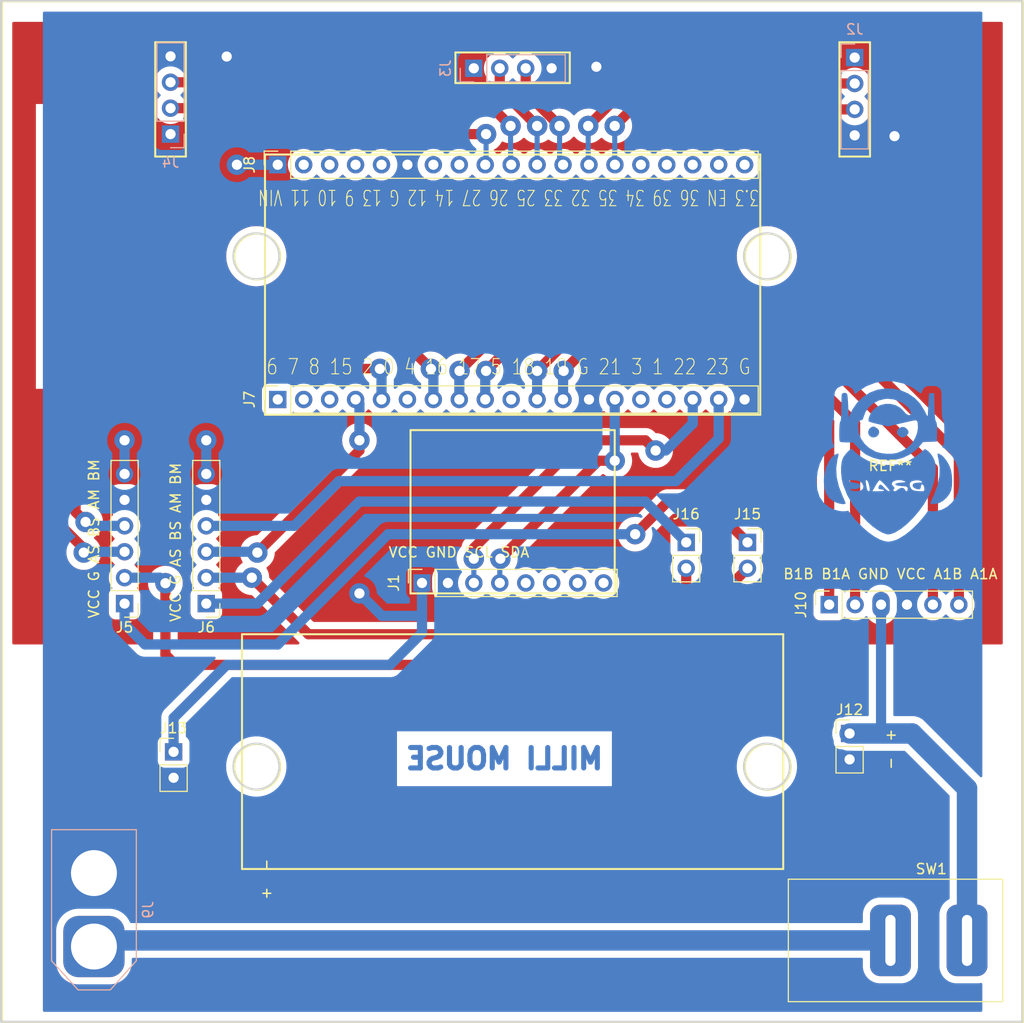
<source format=kicad_pcb>
(kicad_pcb (version 20211014) (generator pcbnew)
  (layers (0 "F.Cu" signal) (31 "B.Cu" signal) (34 "B.Paste" user) (35 "F.Paste" user) (36 "B.SilkS" user "B.Silkscreen") (37 "F.SilkS" user "F.Silkscreen") (38 "B.Mask" user) (39 "F.Mask" user) (44 "Edge.Cuts" user))
  (net 0 "")
  (net 1 "SDA")
  (net 2 "SCL")
  (net 3 "GND")
  (net 4 "VCC_5")
  (net 5 "BM_1")
  (net 6 "AM_1")
  (net 7 "BM_2")
  (net 8 "AM_2")
  (net 11 "TRIG_1")
  (net 12 "ECHO_1")
  (net 13 "TRIG_2")
  (net 14 "ECHO_2")
  (net 15 "TRIG_3")
  (net 19 "Net-(J9-Pad1)")
  (net 20 "VCC_12")
  (net 21 "A1B")
  (net 22 "A1A")
  (net 23 "B1B")
  (net 24 "B1A")
  (net 29 "BS_1")
  (net 30 "AS_1")
  (net 31 "BS_2")
  (net 32 "AS_2")
  (net 33 "ECHO_3")
  (footprint "sche:DPDT_SW" (layer "F.Cu") (at 185 149)
    (fp_text reference "SW1" (at 4 -7 unlocked) (layer "F.SilkS"))
    (fp_text value "SW_DIP_x01")
    (fp_rect (start -10 -6) (end 11 6) (layer "F.SilkS") (width 0.12) (fill none))
    (pad "1" thru_hole roundrect (at 0 0) (size 4 7) (drill oval 1 5) (layers *.Cu *.Mask) (net 19 "Net-(J9-Pad1)"))
    (pad "2" thru_hole roundrect (at 7.5 0) (size 4 7) (drill oval 1 5) (layers *.Cu *.Mask) (net 20 "VCC_12"))
  )
  (footprint "Connector_PinHeader_2.54mm:PinHeader_1x02_P2.54mm_Vertical" (layer "F.Cu") (at 181 128.725)
    (fp_text reference "J12" (at 0 -2.33) (layer "F.SilkS"))
    (fp_text value "-  +")
    (fp_line (start -1.33 3.87) (end 1.33 3.87) (layer "F.SilkS") (width 0.12))
    (fp_line (start 1.33 1.27) (end 1.33 3.87) (layer "F.SilkS") (width 0.12))
    (fp_line (start -1.33 1.27) (end -1.33 3.87) (layer "F.SilkS") (width 0.12))
    (fp_line (start -1.33 1.27) (end 1.33 1.27) (layer "F.SilkS") (width 0.12))
    (fp_line (start -1.33 0) (end -1.33 -1.33) (layer "F.SilkS") (width 0.12))
    (fp_line (start -1.33 -1.33) (end 0 -1.33) (layer "F.SilkS") (width 0.12))
    (pad "1" thru_hole rect (at 0 0) (size 1.7 1.7) (drill 1) (layers *.Cu *.Mask) (net 20 "VCC_12"))
    (pad "2" thru_hole oval (at 0 2.54) (size 1.7 1.7) (drill 1) (layers *.Cu *.Mask) (net 3 "GND"))
  )
  (footprint "Connector_PinHeader_2.54mm:PinHeader_1x06_P2.54mm_Vertical" (layer "F.Cu") (at 110 116 180)
    (fp_text reference "J5" (at 0 -2.33) (layer "F.SilkS"))
    (fp_text value "VCC G AS BS AM BM" (at 3 6.35 90) (layer "F.SilkS"))
    (fp_line (start -1.33 -1.33) (end 0 -1.33) (layer "F.SilkS") (width 0.12))
    (fp_line (start 1.33 1.27) (end 1.33 14.03) (layer "F.SilkS") (width 0.12))
    (fp_line (start -1.33 14.03) (end 1.33 14.03) (layer "F.SilkS") (width 0.12))
    (fp_line (start -1.33 0) (end -1.33 -1.33) (layer "F.SilkS") (width 0.12))
    (fp_line (start -1.33 1.27) (end 1.33 1.27) (layer "F.SilkS") (width 0.12))
    (fp_line (start -1.33 1.27) (end -1.33 14.03) (layer "F.SilkS") (width 0.12))
    (pad "1" thru_hole rect (at 0 0 180) (size 1.7 1.7) (drill 1) (layers *.Cu *.Mask) (net 5 "BM_1"))
    (pad "2" thru_hole oval (at 0 2.54 180) (size 1.7 1.7) (drill 1) (layers *.Cu *.Mask) (net 6 "AM_1"))
    (pad "3" thru_hole oval (at 0 5.08 180) (size 1.7 1.7) (drill 1) (layers *.Cu *.Mask) (net 29 "BS_1"))
    (pad "4" thru_hole oval (at 0 7.62 180) (size 1.7 1.7) (drill 1) (layers *.Cu *.Mask) (net 30 "AS_1"))
    (pad "5" thru_hole oval (at 0 10.16 180) (size 2.5 1.7) (drill 1) (layers *.Cu *.Mask) (net 3 "GND"))
    (pad "6" thru_hole oval (at 0 12.7 180) (size 1.7 1.7) (drill 1) (layers *.Cu *.Mask) (net 4 "VCC_5"))
  )
  (footprint "Connector_PinHeader_2.54mm:PinHeader_1x02_P2.54mm_Vertical" (layer "F.Cu") (at 114.8 130.525)
    (fp_text reference "J13" (at 0 -2.33) (layer "F.SilkS"))
    (fp_text value "-  +")
    (fp_line (start 1.33 1.27) (end 1.33 3.87) (layer "F.SilkS") (width 0.12))
    (fp_line (start -1.33 -1.33) (end 0 -1.33) (layer "F.SilkS") (width 0.12))
    (fp_line (start -1.33 3.87) (end 1.33 3.87) (layer "F.SilkS") (width 0.12))
    (fp_line (start -1.33 1.27) (end -1.33 3.87) (layer "F.SilkS") (width 0.12))
    (fp_line (start -1.33 1.27) (end 1.33 1.27) (layer "F.SilkS") (width 0.12))
    (fp_line (start -1.33 0) (end -1.33 -1.33) (layer "F.SilkS") (width 0.12))
    (pad "1" thru_hole rect (at 0 0) (size 1.7 1.7) (drill 1) (layers *.Cu *.Mask) (net 4 "VCC_5"))
    (pad "2" thru_hole oval (at 0 2.54) (size 1.7 1.7) (drill 1) (layers *.Cu *.Mask) (net 3 "GND"))
  )
  (footprint "Connector_PinSocket_2.54mm:PinSocket_1x19_P2.54mm_Vertical" (layer "F.Cu") (at 125 95.999997 90)
    (fp_text reference "J7" (at 0 -2.77 90) (layer "F.SilkS"))
    (fp_text value "<-usbhere")
    (fp_line (start 1.33 1.27) (end 1.33 47.05) (layer "F.SilkS") (width 0.12))
    (fp_line (start -1.33 1.27) (end -1.33 47.05) (layer "F.SilkS") (width 0.12))
    (fp_line (start -1.33 47.05) (end 1.33 47.05) (layer "F.SilkS") (width 0.12))
    (fp_line (start 1.33 -1.33) (end 1.33 0) (layer "F.SilkS") (width 0.12))
    (fp_line (start -1.33 1.27) (end 1.33 1.27) (layer "F.SilkS") (width 0.12))
    (fp_line (start 0 -1.33) (end 1.33 -1.33) (layer "F.SilkS") (width 0.12))
    (pad "1" thru_hole rect (at 0 0 90) (size 1.7 1.7) (drill 1) (layers *.Cu *.Mask))
    (pad "2" thru_hole oval (at 0 2.54 90) (size 1.7 1.7) (drill 1) (layers *.Cu *.Mask))
    (pad "3" thru_hole oval (at 0 5.08 90) (size 1.7 1.7) (drill 1) (layers *.Cu *.Mask))
    (pad "4" thru_hole oval (at 0 7.62 90) (size 1.7 1.7) (drill 1) (layers *.Cu *.Mask) (net 31 "BS_2"))
    (pad "5" thru_hole oval (at 0 10.16 90) (size 1.7 1.7) (drill 1) (layers *.Cu *.Mask) (net 30 "AS_1"))
    (pad "6" thru_hole oval (at 0 12.7 90) (size 1.7 1.7) (drill 1) (layers *.Cu *.Mask))
    (pad "7" thru_hole oval (at 0 15.24 90) (size 1.7 1.7) (drill 1) (layers *.Cu *.Mask) (net 29 "BS_1"))
    (pad "8" thru_hole oval (at 0 17.78 90) (size 1.7 1.7) (drill 1) (layers *.Cu *.Mask) (net 21 "A1B"))
    (pad "9" thru_hole oval (at 0 20.32 90) (size 1.7 1.7) (drill 1) (layers *.Cu *.Mask) (net 22 "A1A"))
    (pad "10" thru_hole oval (at 0 22.86 90) (size 1.7 1.7) (drill 1) (layers *.Cu *.Mask))
    (pad "11" thru_hole oval (at 0 25.4 90) (size 1.7 1.7) (drill 1) (layers *.Cu *.Mask) (net 23 "B1B"))
    (pad "12" thru_hole oval (at 0 27.94 90) (size 1.7 1.7) (drill 1) (layers *.Cu *.Mask) (net 24 "B1A"))
    (pad "13" thru_hole oval (at 0 30.48 90) (size 2.5 1.7) (drill 1) (layers *.Cu *.Mask) (net 3 "GND"))
    (pad "14" thru_hole oval (at 0 33.02 90) (size 1.7 1.7) (drill 1) (layers *.Cu *.Mask) (net 1 "SDA"))
    (pad "15" thru_hole oval (at 0 35.56 90) (size 1.7 1.7) (drill 1) (layers *.Cu *.Mask))
    (pad "16" thru_hole oval (at 0 38.1 90) (size 1.7 1.7) (drill 1) (layers *.Cu *.Mask))
    (pad "17" thru_hole oval (at 0 40.64 90) (size 1.7 1.7) (drill 1) (layers *.Cu *.Mask) (net 2 "SCL"))
    (pad "18" thru_hole oval (at 0 43.18 90) (size 1.7 1.7) (drill 1) (layers *.Cu *.Mask) (net 32 "AS_2"))
    (pad "19" thru_hole oval (at 0 45.72 90) (size 2.5 1.7) (drill 1) (layers *.Cu *.Mask) (net 3 "GND"))
  )
  (footprint "sche:draiclogo1" (layer "F.Cu") (at 185 103)
    (fp_text reference "REF**" (at 0 -0.5 unlocked) (layer "F.SilkS"))
    (fp_text value "draiclogo1")
    (fp_poly (pts (xy -1.290074 -7.955103) (xy -1.294054 -7.954069) (xy -2.018179 -7.680082) (xy -2.673959 -7.261492) (xy -3.239956 -6.716401) (xy -3.694727 -6.062914) (xy -3.818806 -5.822205) (xy -4.091014 -5.247521) (xy -4.133348 -6.348188) (xy -4.154298 -6.769505) (xy -4.181266 -7.133435) (xy -4.210984 -7.404401) (xy -4.240183 -7.546823) (xy -4.244178 -7.554688) (xy -4.383147 -7.644172) (xy -4.571916 -7.650157) (xy -4.726067 -7.577245) (xy -4.759289 -7.526597) (xy -4.777469 -7.397587) (xy -4.792824 -7.133011) (xy -4.804105 -6.766625) (xy -4.810065 -6.332189) (xy -4.810681 -6.136652) (xy -4.815975 -5.586566) (xy -4.832358 -5.195644) (xy -4.860578 -4.954034) (xy -4.901383 -4.851884) (xy -4.908606 -4.847991) (xy -4.948322 -4.755842) (xy -4.97999 -4.536046) (xy -5.002711 -4.230136) (xy -5.015586 -3.879646) (xy -5.017715 -3.526112) (xy -5.008198 -3.211067) (xy -4.986136 -2.976046) (xy -4.951593 -2.863509) (xy -4.837118 -2.828181) (xy -4.602529 -2.802363) (xy -4.296991 -2.791303) (xy -4.274259 -2.791217) (xy -3.667681 -2.790246) (xy -3.203201 -2.296244) (xy -2.925627 -2.023914) (xy -2.633528 -1.773443) (xy -2.3874 -1.596483) (xy -2.374669 -1.588893) (xy -1.720388 -1.289728) (xy -0.987609 -1.097085) (xy -0.237469 -1.022767) (xy 0.361862 -1.060498) (xy 1.162983 -1.258642) (xy 1.886019 -1.595223) (xy 2.512266 -2.060042) (xy 2.851652 -2.417722) (xy 3.190319 -2.827751) (xy 3.867652 -2.852303) (xy 4.544986 -2.876855) (xy 4.569227 -3.754858) (xy 4.574499 -4.197153) (xy 4.572459 -4.238667) (xy 2.697151 -4.238667) (xy 2.613973 -3.752346) (xy 2.433765 -3.255392) (xy 2.172681 -2.797137) (xy 1.97515 -2.551801) (xy 1.628452 -2.257389) (xy 1.18386 -1.989608) (xy 0.712184 -1.789672) (xy 0.613968 -1.759495) (xy 0.169983 -1.687231) (xy -0.354115 -1.682591) (xy -0.88544 -1.740637) (xy -1.351106 -1.856436) (xy -1.463581 -1.900167) (xy -2.060425 -2.23659) (xy -2.540172 -2.669149) (xy -2.89083 -3.178966) (xy -3.100406 -3.747164) (xy -3.156908 -4.354865) (xy -3.142169 -4.542458) (xy -3.102262 -4.790809) (xy -3.042971 -4.912466) (xy -2.939156 -4.949971) (xy -2.900615 -4.951188) (xy -2.751904 -4.99343) (xy -2.667378 -5.148605) (xy -2.648076 -5.226355) (xy -2.448335 -5.768486) (xy -2.112406 -6.241305) (xy -1.665958 -6.625246) (xy -1.134665 -6.900742) (xy -0.544198 -7.048228) (xy -0.231917 -7.067855) (xy 0.299872 -7.004523) (xy 0.829878 -6.82977) (xy 1.312549 -6.566458) (xy 1.702336 -6.23745) (xy 1.878579 -6.008562) (xy 1.999966 -5.737103) (xy 1.997926 -5.551303) (xy 1.900155 -5.46043) (xy 1.73435 -5.473749) (xy 1.528206 -5.600527) (xy 1.327553 -5.824195) (xy 0.968096 -6.190072) (xy 0.521508 -6.437225) (xy 0.022556 -6.564123) (xy -0.493993 -6.569234) (xy -0.993371 -6.451029) (xy -1.440811 -6.207977) (xy -1.708687 -5.957863) (xy -1.895963 -5.694351) (xy -2.043413 -5.404874) (xy -2.134419 -5.134278) (xy -2.152363 -4.927407) (xy -2.119084 -4.850392) (xy -2.007713 -4.799964) (xy -1.768414 -4.725595) (xy -1.438963 -4.638211) (xy -1.139825 -4.567166) (xy -0.240534 -4.363908) (xy 1.009226 -4.652086) (xy 1.556389 -4.778936) (xy 1.960658 -4.870821) (xy 2.244783 -4.927919) (xy 2.431516 -4.950406) (xy 2.543609 -4.938461) (xy 2.603812 -4.892262) (xy 2.634879 -4.811985) (xy 2.659559 -4.697808) (xy 2.667147 -4.665023) (xy 2.697151 -4.238667) (xy 4.572459 -4.238667) (xy 4.559423 -4.503929) (xy 4.520821 -4.708128) (xy 4.465633 -4.827961) (xy 4.411548 -4.955333) (xy 4.371462 -5.16435) (xy 4.342974 -5.478701) (xy 4.323685 -5.92208) (xy 4.314392 -6.320624) (xy 4.290986 -7.618188) (xy 3.782986 -7.618188) (xy 3.729861 -6.729188) (xy 3.706225 -6.323241) (xy 3.68555 -5.949213) (xy 3.670669 -5.659305) (xy 3.665561 -5.543855) (xy 3.655745 -5.414223) (xy 3.629591 -5.374033) (xy 3.572926 -5.439312) (xy 3.471575 -5.626086) (xy 3.317945 -5.936895) (xy 2.905744 -6.597009) (xy 2.377403 -7.14811) (xy 1.753388 -7.581245) (xy 1.054167 -7.887464) (xy 0.300205 -8.057814) (xy -0.48803 -8.083344)) (layer "B.Cu") (width 0) (fill solid))
    (fp_poly (pts (xy -3.946367 -2.092883) (xy -4.139896 -1.926842) (xy -4.350726 -1.699375) (xy -4.541418 -1.450793) (xy -4.672539 -1.225855) (xy -4.784346 -0.842492) (xy -4.83793 -0.349137) (xy -4.833915 0.205424) (xy -4.772927 0.772406) (xy -4.655591 1.303021) (xy -4.639456 1.356479) (xy -4.235985 2.370932) (xy -3.668838 3.349036) (xy -2.940511 4.287006) (xy -2.213374 5.034208) (xy -1.703605 5.472679) (xy -1.211244 5.82328) (xy -0.75965 6.072201) (xy -0.372178 6.205636) (xy -0.199448 6.224812) (xy 0.030265 6.186556) (xy 0.32217 6.088916) (xy 0.485529 6.015829) (xy 1.049556 5.66947) (xy 1.637799 5.192438) (xy 2.222719 4.61529) (xy 2.776778 3.968585) (xy 3.272438 3.28288) (xy 3.682162 2.588732) (xy 3.811337 2.32532) (xy 4.03205 1.7966) (xy 3.317319 1.7966) (xy 3.309851 1.91042) (xy 3.262238 1.971583) (xy 3.136668 1.99213) (xy 2.895328 1.9841) (xy 2.755673 1.975442) (xy 2.427959 1.943719) (xy 2.220157 1.889469) (xy 2.082979 1.796877) (xy 2.048671 1.758645) (xy 1.69311 1.758645) (xy 1.666552 1.938908) (xy 1.569443 1.996612) (xy 1.457551 1.919146) (xy 1.412319 1.822145) (xy 1.29435 1.683595) (xy 1.123403 1.652812) (xy 0.889854 1.712824) (xy 0.734986 1.822145) (xy 0.56377 1.95073) (xy 0.42553 1.991479) (xy 0.333752 1.964739) (xy -0.079859 1.964739) (xy -0.135748 1.99139) (xy -0.142153 1.991479) (xy -0.290404 1.930386) (xy -0.484884 1.774228) (xy -0.600039 1.652812) (xy -0.810924 1.425943) (xy -0.955046 1.333045) (xy -1.059916 1.367425) (xy -1.151366 1.518694) (xy -1.186537 1.693908) (xy -1.085624 1.791324) (xy -0.836754 1.822131) (xy -0.82942 1.822145) (xy -0.670233 1.862654) (xy -0.619681 1.906812) (xy -0.667234 1.95395) (xy -0.868655 1.982887) (xy -1.164209 1.991479) (xy -1.761065 1.991479) (xy -1.67515 1.836162) (xy -2.03009 1.836162) (xy -2.048361 1.957197) (xy -2.119305 1.991336) (xy -2.12734 1.991479) (xy -2.23905 1.916914) (xy -2.303391 1.758645) (xy -2.353336 1.493768) (xy -2.645634 1.493768) (xy -2.680289 1.723375) (xy -2.85347 1.889511) (xy -2.89196 1.906928) (xy -3.152131 1.970634) (xy -3.445037 1.984185) (xy -3.706599 1.950334) (xy -3.872735 1.87183) (xy -3.879304 1.86453) (xy -3.930442 1.779896) (xy -3.860421 1.76392) (xy -3.741505 1.782268) (xy -3.457936 1.792676) (xy -3.196977 1.733928) (xy -3.013341 1.623582) (xy -2.961241 1.531896) (xy -2.979255 1.357548) (xy -3.123898 1.238898) (xy -3.412093 1.165015) (xy -3.557225 1.146966) (xy -3.827641 1.098513) (xy -3.992678 1.030813) (xy -4.038406 0.962807) (xy -3.950897 0.913435) (xy -3.738236 0.900829) (xy -3.307276 0.939584) (xy -3.005114 1.032674) (xy -2.796541 1.192293) (xy -2.757528 1.240471) (xy -2.645634 1.493768) (xy -2.353336 1.493768) (xy -2.378769 1.358889) (xy -2.416647 1.098515) (xy -2.418902 0.952212) (xy -2.387413 0.894673) (xy -2.367749 0.890812) (xy -2.240944 0.973773) (xy -2.135247 1.217714) (xy -2.057757 1.589312) (xy -2.03009 1.836162) (xy -1.67515 1.836162) (xy -1.468352 1.462312) (xy -1.309358 1.197759) (xy -1.167119 1.000788) (xy -1.070921 0.911662) (xy -1.066993 0.910568) (xy -0.9652 0.959752) (xy -0.786401 1.110426) (xy -0.562541 1.334449) (xy -0.46625 1.439734) (xy -0.23354 1.708607) (xy -0.108599 1.877044) (xy -0.079859 1.964739) (xy 0.333752 1.964739) (xy 0.287565 1.951282) (xy 0.299509 1.840215) (xy 0.367539 1.757792) (xy 0.405837 1.657943) (xy 0.30905 1.533954) (xy 0.268754 1.500046) (xy 0.138347 1.33078) (xy 0.149592 1.172506) (xy 0.274819 1.038258) (xy 0.486359 0.941069) (xy 0.756542 0.893975) (xy 1.057698 0.910009) (xy 1.343307 0.993857) (xy 1.459393 1.049628) (xy 1.473829 1.085184) (xy 1.365842 1.11039) (xy 1.114656 1.135112) (xy 1.031319 1.142023) (xy 0.714949 1.178777) (xy 0.540745 1.229667) (xy 0.481631 1.303162) (xy 0.480986 1.314145) (xy 0.524097 1.387592) (xy 0.671986 1.438213) (xy 0.952488 1.473963) (xy 1.073652 1.483479) (xy 1.38383 1.509295) (xy 1.56349 1.54269) (xy 1.65118 1.600787) (xy 1.685447 1.700708) (xy 1.69311 1.758645) (xy 2.048671 1.758645) (xy 2.036006 1.744532) (xy 1.906214 1.497571) (xy 1.890636 1.253585) (xy 1.992361 1.070623) (xy 2.203028 0.971811) (xy 2.490637 0.92309) (xy 2.780912 0.928946) (xy 2.999575 0.993865) (xy 3.020986 1.008492) (xy 3.107186 1.084819) (xy 3.092793 1.12415) (xy 2.95264 1.139186) (xy 2.756186 1.142119) (xy 2.40687 1.177708) (xy 2.209784 1.277998) (xy 2.167318 1.441181) (xy 2.210073 1.555851) (xy 2.352305 1.688776) (xy 2.572123 1.781981) (xy 2.790549 1.809377) (xy 2.89192 1.781089) (xy 2.959087 1.663291) (xy 2.978652 1.520815) (xy 3.020404 1.358996) (xy 3.096594 1.314145) (xy 3.230202 1.391653) (xy 3.304816 1.610331) (xy 3.317319 1.7966) (xy 4.03205 1.7966) (xy 4.106693 1.617791) (xy 4.299536 0.986517) (xy 4.401927 0.38306) (xy 4.42684 -0.147111) (xy 4.416732 -0.532495) (xy 4.379178 -0.816181) (xy 4.30031 -1.06526) (xy 4.18727 -1.306067) (xy 3.997759 -1.611456) (xy 3.780367 -1.866572) (xy 3.664009 -1.963735) (xy 3.378795 -2.155941) (xy 3.054415 -1.862883) (xy 2.427567 -1.375488) (xy 1.744718 -0.982397) (xy 1.285319 -0.790428) (xy 0.72529 -0.653551) (xy 0.075039 -0.588029) (xy -0.602064 -0.593928) (xy -1.242645 -0.671309) (xy -1.694138 -0.78743) (xy -2.207228 -1.004093) (xy -2.723956 -1.291646) (xy -3.18507 -1.613716) (xy -3.493021 -1.89169) (xy -3.660072 -2.055053) (xy -3.782929 -2.148597) (xy -3.807575 -2.157188)) (layer "B.Cu") (width 0) (fill solid))
    (fp_poly (pts (xy 0.837155 -4.187829) (xy 0.649099 -3.960895) (xy 0.625688 -3.720482) (xy 0.767103 -3.489278) (xy 0.831071 -3.433333) (xy 1.100394 -3.282895) (xy 1.342068 -3.293201) (xy 1.585333 -3.465505) (xy 1.585501 -3.465673) (xy 1.754809 -3.684599) (xy 1.7735 -3.878451) (xy 1.64573 -4.090848) (xy 1.645152 -4.091532) (xy 1.392478 -4.283877) (xy 1.112463 -4.316157)) (layer "B.Cu") (width 0) (fill solid))
    (fp_poly (pts (xy -5.186253 -1.697268) (xy -5.364914 -1.626251) (xy -5.397149 -1.61006) (xy -5.73363 -1.348522) (xy -6.02622 -0.949755) (xy -6.262478 -0.442919) (xy -6.429958 0.142826) (xy -6.516219 0.778322) (xy -6.525159 1.033328) (xy -6.472368 1.690504) (xy -6.302381 2.228357) (xy -6.011023 2.653659) (xy -5.594123 2.973179) (xy -5.228963 3.136261) (xy -4.933326 3.218779) (xy -4.665515 3.256538) (xy -4.469094 3.247118) (xy -4.387629 3.188099) (xy -4.387348 3.182995) (xy -4.420805 3.073924) (xy -4.509645 2.854088) (xy -4.636568 2.565662) (xy -4.674793 2.482212) (xy -5.045895 1.529312) (xy -5.258086 0.622751) (xy -5.310955 -0.234647) (xy -5.204092 -1.040062) (xy -5.193439 -1.08332) (xy -5.127036 -1.374378) (xy -5.089818 -1.595578) (xy -5.089296 -1.701613) (xy -5.090667 -1.703397)) (layer "B.Cu") (width 0) (fill solid))
    (fp_poly (pts (xy 4.617185 -1.707277) (xy 4.612365 -1.607469) (xy 4.645321 -1.391935) (xy 4.70584 -1.120244) (xy 4.82593 -0.299201) (xy 4.789147 0.565096) (xy 4.59759 1.457574) (xy 4.253357 2.363164) (xy 4.207008 2.46138) (xy 4.068107 2.760832) (xy 3.963945 3.005705) (xy 3.912505 3.153085) (xy 3.909986 3.170197) (xy 3.983552 3.235325) (xy 4.175666 3.251552) (xy 4.443455 3.221124) (xy 4.744044 3.14629) (xy 4.813975 3.122798) (xy 5.169215 2.926329) (xy 5.510657 2.617375) (xy 5.789189 2.249059) (xy 5.95058 1.893319) (xy 6.025066 1.464877) (xy 6.045703 0.947856) (xy 6.013926 0.413733) (xy 5.931173 -0.066019) (xy 5.909593 -0.145857) (xy 5.739542 -0.581333) (xy 5.5 -1) (xy 5.224086 -1.352591) (xy 4.944921 -1.589837) (xy 4.934875 -1.595811) (xy 4.747705 -1.687308) (xy 4.628444 -1.712793)) (layer "B.Cu") (width 0) (fill solid))
    (fp_poly (pts (xy -1.784728 -4.334372) (xy -1.910848 -4.271195) (xy -2.100238 -4.086418) (xy -2.182817 -3.839371) (xy -2.152458 -3.588761) (xy -2.003038 -3.393296) (xy -2.002473 -3.3929) (xy -1.76372 -3.278385) (xy -1.520601 -3.296285) (xy -1.358674 -3.362011) (xy -1.183663 -3.523949) (xy -1.098852 -3.75574) (xy -1.128816 -3.982744) (xy -1.144744 -4.011793) (xy -1.278745 -4.151638) (xy -1.453544 -4.273855) (xy -1.633494 -4.35362)) (layer "B.Cu") (width 0) (fill solid))
  )
  (footprint "Connector_PinSocket_2.54mm:PinSocket_1x06_P2.54mm_Vertical" (layer "F.Cu") (at 179 116.1 90)
    (fp_text reference "J10" (at 0 -2.77 90) (layer "F.SilkS"))
    (fp_text value "B1B B1A GND VCC A1B A1A" (at 3 6) (layer "F.SilkS"))
    (fp_line (start -1.33 14.03) (end 1.33 14.03) (layer "F.SilkS") (width 0.12))
    (fp_line (start 1.33 1.27) (end 1.33 14.03) (layer "F.SilkS") (width 0.12))
    (fp_line (start -1.33 1.27) (end -1.33 14.03) (layer "F.SilkS") (width 0.12))
    (fp_line (start 1.33 -1.33) (end 1.33 0) (layer "F.SilkS") (width 0.12))
    (fp_line (start -1.33 1.27) (end 1.33 1.27) (layer "F.SilkS") (width 0.12))
    (fp_line (start 0 -1.33) (end 1.33 -1.33) (layer "F.SilkS") (width 0.12))
    (pad "1" thru_hole rect (at 0 0 90) (size 1.7 1.7) (drill 1) (layers *.Cu *.Mask) (net 24 "B1A"))
    (pad "2" thru_hole oval (at 0 2.54 90) (size 1.7 1.7) (drill 1) (layers *.Cu *.Mask) (net 23 "B1B"))
    (pad "3" thru_hole oval (at 0 5.08 90) (size 2.5 1.7) (drill 1) (layers *.Cu *.Mask) (net 20 "VCC_12"))
    (pad "4" thru_hole oval (at 0 7.62 90) (size 2.5 1.7) (drill 1) (layers *.Cu *.Mask) (net 3 "GND"))
    (pad "5" thru_hole oval (at 0 10.16 90) (size 1.7 1.7) (drill 1) (layers *.Cu *.Mask) (net 22 "A1A"))
    (pad "6" thru_hole oval (at 0 12.7 90) (size 1.7 1.7) (drill 1) (layers *.Cu *.Mask) (net 21 "A1B"))
  )
  (footprint "Connector_PinSocket_2.54mm:PinSocket_1x02_P2.54mm_Vertical" (layer "F.Cu") (at 171 110)
    (fp_text reference "J15" (at 0 -2.77) (layer "F.SilkS"))
    (fp_text value "Conn_01x02_Male")
    (fp_line (start 0 -1.33) (end 1.33 -1.33) (layer "F.SilkS") (width 0.12))
    (fp_line (start -1.33 1.27) (end -1.33 3.87) (layer "F.SilkS") (width 0.12))
    (fp_line (start 1.33 1.27) (end 1.33 3.87) (layer "F.SilkS") (width 0.12))
    (fp_line (start -1.33 1.27) (end 1.33 1.27) (layer "F.SilkS") (width 0.12))
    (fp_line (start 1.33 -1.33) (end 1.33 0) (layer "F.SilkS") (width 0.12))
    (fp_line (start -1.33 3.87) (end 1.33 3.87) (layer "F.SilkS") (width 0.12))
    (pad "1" thru_hole rect (at 0 0) (size 1.7 1.7) (drill 1) (layers *.Cu *.Mask) (net 5 "BM_1"))
    (pad "2" thru_hole oval (at 0 2.54) (size 1.7 1.7) (drill 1) (layers *.Cu *.Mask) (net 6 "AM_1"))
  )
  (footprint "Connector_PinSocket_2.54mm:PinSocket_1x02_P2.54mm_Vertical" (layer "F.Cu") (at 165 110)
    (fp_text reference "J16" (at 0 -2.77) (layer "F.SilkS"))
    (fp_text value "Conn_01x02_Male")
    (fp_line (start -1.33 3.87) (end 1.33 3.87) (layer "F.SilkS") (width 0.12))
    (fp_line (start -1.33 1.27) (end -1.33 3.87) (layer "F.SilkS") (width 0.12))
    (fp_line (start 0 -1.33) (end 1.33 -1.33) (layer "F.SilkS") (width 0.12))
    (fp_line (start -1.33 1.27) (end 1.33 1.27) (layer "F.SilkS") (width 0.12))
    (fp_line (start 1.33 -1.33) (end 1.33 0) (layer "F.SilkS") (width 0.12))
    (fp_line (start 1.33 1.27) (end 1.33 3.87) (layer "F.SilkS") (width 0.12))
    (pad "1" thru_hole rect (at 0 0) (size 1.7 1.7) (drill 1) (layers *.Cu *.Mask) (net 7 "BM_2"))
    (pad "2" thru_hole oval (at 0 2.54) (size 1.7 1.7) (drill 1) (layers *.Cu *.Mask) (net 8 "AM_2"))
  )
  (footprint "Connector_PinSocket_2.54mm:PinSocket_1x08_P2.54mm_Vertical" (layer "F.Cu") (at 139.125 113.975 90)
    (fp_text reference "J1" (at 0 -2.77 90) (layer "F.SilkS"))
    (fp_text value "VCC GND SCL SDA " (at 3 4 180) (layer "F.SilkS"))
    (fp_line (start -1.33 19.11) (end 1.33 19.11) (layer "F.SilkS") (width 0.12))
    (fp_line (start -1.33 1.27) (end 1.33 1.27) (layer "F.SilkS") (width 0.12))
    (fp_line (start -1.33 1.27) (end -1.33 19.11) (layer "F.SilkS") (width 0.12))
    (fp_line (start 0 -1.33) (end 1.33 -1.33) (layer "F.SilkS") (width 0.12))
    (fp_line (start 1.33 -1.33) (end 1.33 0) (layer "F.SilkS") (width 0.12))
    (fp_line (start 1.33 1.27) (end 1.33 19.11) (layer "F.SilkS") (width 0.12))
    (pad "1" thru_hole rect (at 0 0 90) (size 1.7 1.7) (drill 1) (layers *.Cu *.Mask) (net 4 "VCC_5"))
    (pad "2" thru_hole oval (at 0 2.54 90) (size 2.5 1.7) (drill 1) (layers *.Cu *.Mask) (net 3 "GND"))
    (pad "3" thru_hole oval (at 0 5.08 90) (size 1.7 1.7) (drill 1) (layers *.Cu *.Mask) (net 2 "SCL"))
    (pad "4" thru_hole oval (at 0 7.62 90) (size 1.7 1.7) (drill 1) (layers *.Cu *.Mask) (net 1 "SDA"))
    (pad "5" thru_hole oval (at 0 10.16 90) (size 1.7 1.7) (drill 1) (layers *.Cu *.Mask))
    (pad "6" thru_hole oval (at 0 12.7 90) (size 1.7 1.7) (drill 1) (layers *.Cu *.Mask))
    (pad "7" thru_hole oval (at 0 15.24 90) (size 1.7 1.7) (drill 1) (layers *.Cu *.Mask))
    (pad "8" thru_hole oval (at 0 17.78 90) (size 1.7 1.7) (drill 1) (layers *.Cu *.Mask))
  )
  (footprint "Connector_PinSocket_2.54mm:PinSocket_1x19_P2.54mm_Vertical" (layer "F.Cu") (at 125 72.999997 90)
    (fp_text reference "J8" (at 0 -2.77 90) (layer "F.SilkS"))
    (fp_text value "<-usbhere")
    (fp_line (start 1.33 1.27) (end 1.33 47.05) (layer "F.SilkS") (width 0.12))
    (fp_line (start -1.33 1.27) (end 1.33 1.27) (layer "F.SilkS") (width 0.12))
    (fp_line (start 1.33 -1.33) (end 1.33 0) (layer "F.SilkS") (width 0.12))
    (fp_line (start 0 -1.33) (end 1.33 -1.33) (layer "F.SilkS") (width 0.12))
    (fp_line (start -1.33 47.05) (end 1.33 47.05) (layer "F.SilkS") (width 0.12))
    (fp_line (start -1.33 1.27) (end -1.33 47.05) (layer "F.SilkS") (width 0.12))
    (pad "1" thru_hole rect (at 0 0 90) (size 1.7 1.7) (drill 1) (layers *.Cu *.Mask) (net 4 "VCC_5"))
    (pad "2" thru_hole oval (at 0 2.54 90) (size 1.7 1.7) (drill 1) (layers *.Cu *.Mask))
    (pad "3" thru_hole oval (at 0 5.08 90) (size 1.7 1.7) (drill 1) (layers *.Cu *.Mask))
    (pad "4" thru_hole oval (at 0 7.62 90) (size 1.7 1.7) (drill 1) (layers *.Cu *.Mask))
    (pad "5" thru_hole oval (at 0 10.16 90) (size 1.7 1.7) (drill 1) (layers *.Cu *.Mask))
    (pad "6" thru_hole oval (at 0 12.7 90) (size 2.5 1.7) (drill 1) (layers *.Cu *.Mask) (net 3 "GND"))
    (pad "7" thru_hole oval (at 0 15.24 90) (size 1.7 1.7) (drill 1) (layers *.Cu *.Mask))
    (pad "8" thru_hole oval (at 0 17.78 90) (size 1.7 1.7) (drill 1) (layers *.Cu *.Mask))
    (pad "9" thru_hole oval (at 0 20.32 90) (size 1.7 1.7) (drill 1) (layers *.Cu *.Mask) (net 15 "TRIG_3"))
    (pad "10" thru_hole oval (at 0 22.86 90) (size 1.7 1.7) (drill 1) (layers *.Cu *.Mask) (net 33 "ECHO_3"))
    (pad "11" thru_hole oval (at 0 25.4 90) (size 1.7 1.7) (drill 1) (layers *.Cu *.Mask) (net 13 "TRIG_2"))
    (pad "12" thru_hole oval (at 0 27.94 90) (size 1.7 1.7) (drill 1) (layers *.Cu *.Mask) (net 14 "ECHO_2"))
    (pad "13" thru_hole oval (at 0 30.48 90) (size 1.7 1.7) (drill 1) (layers *.Cu *.Mask) (net 11 "TRIG_1"))
    (pad "14" thru_hole oval (at 0 33.02 90) (size 1.7 1.7) (drill 1) (layers *.Cu *.Mask) (net 12 "ECHO_1"))
    (pad "15" thru_hole oval (at 0 35.56 90) (size 1.7 1.7) (drill 1) (layers *.Cu *.Mask))
    (pad "16" thru_hole oval (at 0 38.1 90) (size 1.7 1.7) (drill 1) (layers *.Cu *.Mask))
    (pad "17" thru_hole oval (at 0 40.64 90) (size 1.7 1.7) (drill 1) (layers *.Cu *.Mask))
    (pad "18" thru_hole oval (at 0 43.18 90) (size 1.7 1.7) (drill 1) (layers *.Cu *.Mask))
    (pad "19" thru_hole oval (at 0 45.72 90) (size 1.7 1.7) (drill 1) (layers *.Cu *.Mask))
  )
  (footprint "Connector_PinHeader_2.54mm:PinHeader_1x06_P2.54mm_Vertical" (layer "F.Cu") (at 118 116 180)
    (fp_text reference "J6" (at 0 -2.33) (layer "F.SilkS"))
    (fp_text value "VCC G AS BS AM BM" (at 3 6 270) (layer "F.SilkS"))
    (fp_line (start -1.33 1.27) (end 1.33 1.27) (layer "F.SilkS") (width 0.12))
    (fp_line (start -1.33 1.27) (end -1.33 14.03) (layer "F.SilkS") (width 0.12))
    (fp_line (start -1.33 -1.33) (end 0 -1.33) (layer "F.SilkS") (width 0.12))
    (fp_line (start 1.33 1.27) (end 1.33 14.03) (layer "F.SilkS") (width 0.12))
    (fp_line (start -1.33 0) (end -1.33 -1.33) (layer "F.SilkS") (width 0.12))
    (fp_line (start -1.33 14.03) (end 1.33 14.03) (layer "F.SilkS") (width 0.12))
    (pad "1" thru_hole rect (at 0 0 180) (size 1.7 1.7) (drill 1) (layers *.Cu *.Mask) (net 7 "BM_2"))
    (pad "2" thru_hole oval (at 0 2.54 180) (size 1.7 1.7) (drill 1) (layers *.Cu *.Mask) (net 8 "AM_2"))
    (pad "3" thru_hole oval (at 0 5.08 180) (size 1.7 1.7) (drill 1) (layers *.Cu *.Mask) (net 31 "BS_2"))
    (pad "4" thru_hole oval (at 0 7.62 180) (size 1.7 1.7) (drill 1) (layers *.Cu *.Mask) (net 32 "AS_2"))
    (pad "5" thru_hole oval (at 0 10.16 180) (size 2.5 1.7) (drill 1) (layers *.Cu *.Mask) (net 3 "GND"))
    (pad "6" thru_hole oval (at 0 12.7 180) (size 1.7 1.7) (drill 1) (layers *.Cu *.Mask) (net 4 "VCC_5"))
  )
  (footprint "Connector_AMASS:AMASS_XT60-M_1x02_P7.20mm_Vertical" (layer "B.Cu") (at 107 149.6 90)
    (fp_text reference "J9" (at 3.6 5.3 90) (layer "B.SilkS") (effects (justify mirror)))
    (fp_text value "XT60")
    (fp_line (start 11.45 -4.15) (end 11.45 4.15) (layer "B.SilkS") (width 0.12))
    (fp_line (start -4.25 -1.55) (end -1.4 -4.15) (layer "B.SilkS") (width 0.12))
    (fp_line (start -1.4 4.15) (end -4.25 1.6) (layer "B.SilkS") (width 0.12))
    (fp_line (start 11.45 4.15) (end -1.4 4.15) (layer "B.SilkS") (width 0.12))
    (fp_line (start -1.4 -4.15) (end 11.45 -4.15) (layer "B.SilkS") (width 0.12))
    (fp_line (start -4.25 1.6) (end -4.25 -1.55) (layer "B.SilkS") (width 0.12))
    (pad "1" thru_hole roundrect (at 0 0 90) (size 6 6) (drill 4.5) (layers *.Cu *.Mask) (net 19 "Net-(J9-Pad1)"))
    (pad "2" thru_hole circle (at 7.2 0 90) (size 6 6) (drill 4.5) (layers *.Cu *.Mask) (net 3 "GND"))
  )
  (footprint "Connector_PinSocket_2.54mm:PinSocket_1x04_P2.54mm_Vertical" (layer "B.Cu") (at 181.5 62.5 180)
    (fp_text reference "J2" (at 0 2.77) (layer "B.SilkS") (effects (justify mirror)))
    (fp_text value "US_1")
    (fp_line (start -1.33 -1.27) (end 1.33 -1.27) (layer "B.SilkS") (width 0.12))
    (fp_line (start 0 1.33) (end 1.33 1.33) (layer "B.SilkS") (width 0.12))
    (fp_line (start -1.33 -8.95) (end 1.33 -8.95) (layer "B.SilkS") (width 0.12))
    (fp_line (start 1.33 1.33) (end 1.33 0) (layer "B.SilkS") (width 0.12))
    (fp_line (start -1.33 -1.27) (end -1.33 -8.95) (layer "B.SilkS") (width 0.12))
    (fp_line (start 1.33 -1.27) (end 1.33 -8.95) (layer "B.SilkS") (width 0.12))
    (pad "1" thru_hole rect (at 0 0 180) (size 1.7 1.7) (drill 1) (layers *.Cu *.Mask) (net 4 "VCC_5"))
    (pad "2" thru_hole oval (at 0 -2.54 180) (size 1.7 1.7) (drill 1) (layers *.Cu *.Mask) (net 11 "TRIG_1"))
    (pad "3" thru_hole oval (at 0 -5.08 180) (size 1.7 1.7) (drill 1) (layers *.Cu *.Mask) (net 12 "ECHO_1"))
    (pad "4" thru_hole oval (at 0 -7.62 180) (size 1.7 1.7) (drill 1) (layers *.Cu *.Mask) (net 3 "GND"))
  )
  (footprint "Connector_PinSocket_2.54mm:PinSocket_1x04_P2.54mm_Vertical" (layer "B.Cu") (at 144.2 63.55 -90)
    (fp_text reference "J3" (at 0 2.77 90) (layer "B.SilkS") (effects (justify mirror)))
    (fp_text value "US_2")
    (fp_line (start 1.33 1.33) (end 1.33 0) (layer "B.SilkS") (width 0.12))
    (fp_line (start -1.33 -1.27) (end 1.33 -1.27) (layer "B.SilkS") (width 0.12))
    (fp_line (start -1.33 -8.95) (end 1.33 -8.95) (layer "B.SilkS") (width 0.12))
    (fp_line (start -1.33 -1.27) (end -1.33 -8.95) (layer "B.SilkS") (width 0.12))
    (fp_line (start 1.33 -1.27) (end 1.33 -8.95) (layer "B.SilkS") (width 0.12))
    (fp_line (start 0 1.33) (end 1.33 1.33) (layer "B.SilkS") (width 0.12))
    (pad "1" thru_hole rect (at 0 0 270) (size 1.7 1.7) (drill 1) (layers *.Cu *.Mask) (net 4 "VCC_5"))
    (pad "2" thru_hole oval (at 0 -2.54 270) (size 1.7 1.7) (drill 1) (layers *.Cu *.Mask) (net 13 "TRIG_2"))
    (pad "3" thru_hole oval (at 0 -5.08 270) (size 1.7 1.7) (drill 1) (layers *.Cu *.Mask) (net 14 "ECHO_2"))
    (pad "4" thru_hole oval (at 0 -7.62 270) (size 1.7 1.7) (drill 1) (layers *.Cu *.Mask) (net 3 "GND"))
  )
  (footprint "Connector_PinSocket_2.54mm:PinSocket_1x04_P2.54mm_Vertical" (layer "B.Cu") (at 114.5 70)
    (fp_text reference "J4" (at 0 2.77) (layer "B.SilkS") (effects (justify mirror)))
    (fp_text value "US_3")
    (fp_line (start -1.33 -8.95) (end 1.33 -8.95) (layer "B.SilkS") (width 0.12))
    (fp_line (start -1.33 -1.27) (end -1.33 -8.95) (layer "B.SilkS") (width 0.12))
    (fp_line (start 1.33 1.33) (end 1.33 0) (layer "B.SilkS") (width 0.12))
    (fp_line (start 1.33 -1.27) (end 1.33 -8.95) (layer "B.SilkS") (width 0.12))
    (fp_line (start 0 1.33) (end 1.33 1.33) (layer "B.SilkS") (width 0.12))
    (fp_line (start -1.33 -1.27) (end 1.33 -1.27) (layer "B.SilkS") (width 0.12))
    (pad "1" thru_hole rect (at 0 0) (size 1.7 1.7) (drill 1) (layers *.Cu *.Mask) (net 4 "VCC_5"))
    (pad "2" thru_hole oval (at 0 -2.54) (size 1.7 1.7) (drill 1) (layers *.Cu *.Mask) (net 15 "TRIG_3"))
    (pad "3" thru_hole oval (at 0 -5.08) (size 1.7 1.7) (drill 1) (layers *.Cu *.Mask) (net 33 "ECHO_3"))
    (pad "4" thru_hole oval (at 0 -7.62) (size 1.7 1.7) (drill 1) (layers *.Cu *.Mask) (net 3 "GND"))
  )
  (gr_line (start 113 72.2) (end 113 61) (layer "F.SilkS") (width 0.2))
  (gr_line (start 121.5 119) (end 174.5 119) (layer "F.SilkS") (width 0.2))
  (gr_line (start 183 61) (end 183 72.2) (layer "F.SilkS") (width 0.2))
  (gr_line (start 142.4 65) (end 142.4 62) (layer "F.SilkS") (width 0.2))
  (gr_line (start 174.5 119) (end 174.5 142) (layer "F.SilkS") (width 0.2))
  (gr_line (start 158 99) (end 158 115) (layer "F.SilkS") (width 0.2))
  (gr_circle (center 173 82) (end 175.25 82) (layer "F.SilkS") (width 0.2) (fill none))
  (gr_line (start 158 115) (end 138 115) (layer "F.SilkS") (width 0.2))
  (gr_circle (center 173 132) (end 175.25 132) (layer "F.SilkS") (width 0.2) (fill none))
  (gr_line (start 174.5 142) (end 121.5 142) (layer "F.SilkS") (width 0.2))
  (gr_line (start 153.6 65) (end 142.4 65) (layer "F.SilkS") (width 0.2))
  (gr_circle (center 123 82) (end 125.25 82) (layer "F.SilkS") (width 0.2) (fill none))
  (gr_line (start 113 61) (end 116 61) (layer "F.SilkS") (width 0.2))
  (gr_line (start 138 115) (end 138 99) (layer "F.SilkS") (width 0.2))
  (gr_line (start 153.6 62) (end 153.6 65) (layer "F.SilkS") (width 0.2))
  (gr_line (start 98 157) (end 98 57) (layer "F.SilkS") (width 0.2))
  (gr_line (start 116 72.2) (end 113 72.2) (layer "F.SilkS") (width 0.2))
  (gr_line (start 198 157) (end 98 157) (layer "F.SilkS") (width 0.2))
  (gr_line (start 123.75 72) (end 172.25 72) (layer "F.SilkS") (width 0.2))
  (gr_line (start 123.75 97.5) (end 123.75 72) (layer "F.SilkS") (width 0.2))
  (gr_circle (center 123 132) (end 125.25 132) (layer "F.SilkS") (width 0.2) (fill none))
  (gr_line (start 98 57) (end 198 57) (layer "F.SilkS") (width 0.2))
  (gr_line (start 198 57) (end 198 157) (layer "F.SilkS") (width 0.2))
  (gr_line (start 138 99) (end 158 99) (layer "F.SilkS") (width 0.2))
  (gr_line (start 172.25 72) (end 172.25 97.5) (layer "F.SilkS") (width 0.2))
  (gr_line (start 180 61) (end 183 61) (layer "F.SilkS") (width 0.2))
  (gr_line (start 121.5 142) (end 121.5 119) (layer "F.SilkS") (width 0.2))
  (gr_line (start 116 61) (end 116 72.2) (layer "F.SilkS") (width 0.2))
  (gr_line (start 172.25 97.5) (end 123.75 97.5) (layer "F.SilkS") (width 0.2))
  (gr_line (start 180 72.2) (end 180 61) (layer "F.SilkS") (width 0.2))
  (gr_line (start 142.4 62) (end 153.6 62) (layer "F.SilkS") (width 0.2))
  (gr_line (start 183 72.2) (end 180 72.2) (layer "F.SilkS") (width 0.2))
  (gr_circle (center 172.9 131.96) (end 175.15 131.96) (layer "Edge.Cuts") (width 0.2) (fill none))
  (gr_line (start 197.9 156.96) (end 97.9 156.96) (layer "Edge.Cuts") (width 0.2))
  (gr_line (start 97.9 156.96) (end 97.9 56.96) (layer "Edge.Cuts") (width 0.2))
  (gr_circle (center 172.9 81.96) (end 175.15 81.96) (layer "Edge.Cuts") (width 0.2) (fill none))
  (gr_circle (center 122.9 81.96) (end 125.15 81.96) (layer "Edge.Cuts") (width 0.2) (fill none))
  (gr_circle (center 122.9 131.96) (end 125.15 131.96) (layer "Edge.Cuts") (width 0.2) (fill none))
  (gr_line (start 197.9 56.96) (end 197.9 156.96) (layer "Edge.Cuts") (width 0.2))
  (gr_line (start 97.9 56.96) (end 197.9 56.96) (layer "Edge.Cuts") (width 0.2))
  (gr_text "DRAIC" (at 104 81 90) (layer "F.Cu") (effects (font (size 2 6) (thickness 0.5))))
  (gr_text "MILLI MOUSE\n" (at 147.2 131.2) (layer "B.Cu") (effects (font (size 2 2) (thickness 0.5)) (justify mirror)))
  (gr_text "-  +\n" (at 124 143 270) (layer "F.SilkS") (effects (font (size 1 1))))
  (gr_text "-  +" (at 185 130.27 90) (layer "F.SilkS") (effects (font (size 1 1))))
  (gr_text "3.3 EN 36 39 34 35 32 33 25 26 27 14 12 G 13 9 10 11 VIN" (at 147.6 76.2 180) (layer "F.SilkS") (effects (font (size 1.5 1) (thickness 0.1))))
  (gr_text "6 7 8 15 2 0 4 16 17 5 18 19 G 21 3 1 22 23 G" (at 147.6 92.8) (layer "F.SilkS") (effects (font (size 1.5 1.2) (thickness 0.1))))
  (segment (start 156.4 102) (end 146.8 111.6) (width 1) (layer "F.Cu") (net 1))
  (segment (start 158 102) (end 156.4 102) (width 1) (layer "F.Cu") (net 1))
  (via (at 158 102) (size 2) (drill 1) (layers "F.Cu" "B.Cu") (net 1))
  (via (at 146.8 111.6) (size 2) (drill 1) (layers "F.Cu" "B.Cu") (net 1))
  (segment (start 146.745 113.975) (end 146.745 111.655) (width 0.5) (layer "B.Cu") (net 1))
  (segment (start 158 96.019997) (end 158.02 95.999997) (width 0.5) (layer "B.Cu") (net 1))
  (segment (start 158 102) (end 158 96.019997) (width 1) (layer "B.Cu") (net 1))
  (segment (start 146.745 111.655) (end 146.8 111.6) (width 0.5) (layer "B.Cu") (net 1))
  (segment (start 144.2 110.550081) (end 144.2 111.6) (width 0.5) (layer "F.Cu") (net 2))
  (segment (start 161 100) (end 154.750081 100) (width 1) (layer "F.Cu") (net 2))
  (segment (start 162 101) (end 161 100) (width 1) (layer "F.Cu") (net 2))
  (segment (start 154.750081 100) (end 144.2 110.550081) (width 1) (layer "F.Cu") (net 2))
  (via (at 162 101) (size 2) (drill 1) (layers "F.Cu" "B.Cu") (net 2))
  (via (at 144.2 111.6) (size 2) (drill 1) (layers "F.Cu" "B.Cu") (net 2))
  (segment (start 165.64 98.36) (end 165.64 95.999997) (width 1) (layer "B.Cu") (net 2))
  (segment (start 144.205 111.605) (end 144.2 111.6) (width 0.5) (layer "B.Cu") (net 2))
  (segment (start 163 101) (end 165.64 98.36) (width 1) (layer "B.Cu") (net 2))
  (segment (start 162 101) (end 163 101) (width 0.5) (layer "B.Cu") (net 2))
  (segment (start 144.205 113.975) (end 144.205 111.605) (width 0.5) (layer "B.Cu") (net 2))
  (segment (start 185.32 70.12) (end 185.4 70.2) (width 0.5) (layer "F.Cu") (net 3))
  (segment (start 114.5 62.38) (end 119.78 62.38) (width 1) (layer "F.Cu") (net 3))
  (segment (start 119.78 62.38) (end 119.8 62.4) (width 0.25) (layer "F.Cu") (net 3))
  (segment (start 156.05 63.55) (end 156.2 63.4) (width 0.5) (layer "F.Cu") (net 3))
  (segment (start 151.82 63.55) (end 156.05 63.55) (width 1) (layer "F.Cu") (net 3))
  (segment (start 119.8 62.4) (end 120 62.4) (width 0.25) (layer "F.Cu") (net 3))
  (segment (start 181.5 70.12) (end 185.32 70.12) (width 1) (layer "F.Cu") (net 3))
  (via (at 185.4 70.2) (size 2) (drill 1) (layers "F.Cu" "B.Cu") (net 3))
  (via (at 156.2 63.4) (size 2) (drill 1) (layers "F.Cu" "B.Cu") (net 3))
  (via (at 120 62.4) (size 2) (drill 1) (layers "F.Cu" "B.Cu") (net 3))
  (via (at 133 115) (size 2) (drill 1) (layers "F.Cu" "B.Cu") (net 4))
  (via (at 121 73) (size 2) (drill 1) (layers "F.Cu" "B.Cu") (net 4))
  (via (at 110 100) (size 2) (drill 1) (layers "F.Cu" "B.Cu") (net 4))
  (via (at 118 100) (size 2) (drill 1) (layers "F.Cu" "B.Cu") (net 4))
  (segment (start 125 72.999997) (end 121.000003 72.999997) (width 1) (layer "B.Cu") (net 4))
  (segment (start 139.125 118.875) (end 139.125 116.925) (width 1) (layer "B.Cu") (net 4))
  (segment (start 120 122) (end 136 122) (width 1) (layer "B.Cu") (net 4))
  (segment (start 138.85 117.2) (end 139.125 116.925) (width 1) (layer "B.Cu") (net 4))
  (segment (start 118 103.3) (end 118 100) (width 1) (layer "B.Cu") (net 4))
  (segment (start 114.8 127.2) (end 120 122) (width 1) (layer "B.Cu") (net 4))
  (segment (start 114.8 130.525) (end 114.8 127.2) (width 1) (layer "B.Cu") (net 4))
  (segment (start 136 122) (end 139.125 118.875) (width 1) (layer "B.Cu") (net 4))
  (segment (start 110 103.3) (end 110 100) (width 1) (layer "B.Cu") (net 4))
  (segment (start 135.2 117.2) (end 138.85 117.2) (width 1) (layer "B.Cu") (net 4))
  (segment (start 133 115) (end 135.2 117.2) (width 1) (layer "B.Cu") (net 4))
  (segment (start 121.000003 72.999997) (end 121 73) (width 1) (layer "B.Cu") (net 4))
  (segment (start 139.125 116.925) (end 139.125 113.975) (width 1) (layer "B.Cu") (net 4))
  (segment (start 163.2 106) (end 167 106) (width 1) (layer "F.Cu") (net 5))
  (segment (start 160 109.2) (end 163.2 106) (width 1) (layer "F.Cu") (net 5))
  (segment (start 167 106) (end 171 110) (width 1) (layer "F.Cu") (net 5))
  (via (at 160 109.2) (size 2) (drill 1) (layers "F.Cu" "B.Cu") (net 5))
  (segment (start 112 120) (end 110 118) (width 1) (layer "B.Cu") (net 5))
  (segment (start 110 118) (end 110 116) (width 1) (layer "B.Cu") (net 5))
  (segment (start 135.8 109.2) (end 125 120) (width 1) (layer "B.Cu") (net 5))
  (segment (start 125 120) (end 112 120) (width 1) (layer "B.Cu") (net 5))
  (segment (start 160 109.2) (end 135.8 109.2) (width 1) (layer "B.Cu") (net 5))
  (segment (start 114 121) (end 115 122) (width 1) (layer "F.Cu") (net 6))
  (segment (start 161.54 122) (end 171 112.54) (width 1) (layer "F.Cu") (net 6))
  (segment (start 115 122) (end 161.54 122) (width 1) (layer "F.Cu") (net 6))
  (segment (start 114 114) (end 114 121) (width 1) (layer "F.Cu") (net 6))
  (via (at 114 114) (size 2) (drill 1) (layers "F.Cu" "B.Cu") (net 6))
  (segment (start 110 113.46) (end 113.46 113.46) (width 1) (layer "B.Cu") (net 6))
  (segment (start 113.46 113.46) (end 114 114) (width 1) (layer "B.Cu") (net 6))
  (segment (start 161 106) (end 133 106) (width 1) (layer "B.Cu") (net 7))
  (segment (start 133 106) (end 123 116) (width 1) (layer "B.Cu") (net 7))
  (segment (start 123 116) (end 118 116) (width 1) (layer "B.Cu") (net 7))
  (segment (start 165 110) (end 161 106) (width 1) (layer "B.Cu") (net 7))
  (segment (start 128 119) (end 122.46 113.46) (width 1) (layer "F.Cu") (net 8))
  (segment (start 165 115) (end 161 119) (width 1) (layer "F.Cu") (net 8))
  (segment (start 165 112.54) (end 165 115) (width 1) (layer "F.Cu") (net 8))
  (segment (start 161 119) (end 128 119) (width 1) (layer "F.Cu") (net 8))
  (via (at 122.46 113.46) (size 2) (drill 1) (layers "F.Cu" "B.Cu") (net 8))
  (segment (start 118 113.46) (end 122.46 113.46) (width 1) (layer "B.Cu") (net 8))
  (segment (start 159.56 65.04) (end 155.4 69.2) (width 1) (layer "F.Cu") (net 11))
  (segment (start 181.5 65.04) (end 159.56 65.04) (width 1) (layer "F.Cu") (net 11))
  (via (at 155.4 69.2) (size 2) (drill 1) (layers "F.Cu" "B.Cu") (net 11))
  (segment (start 155.4 69.2) (end 155.4 72.919997) (width 0.5) (layer "B.Cu") (net 11))
  (segment (start 155.4 72.919997) (end 155.48 72.999997) (width 0.5) (layer "B.Cu") (net 11))
  (segment (start 181.5 67.58) (end 159.62 67.58) (width 1) (layer "F.Cu") (net 12))
  (segment (start 159.62 67.58) (end 158 69.2) (width 1) (layer "F.Cu") (net 12))
  (via (at 158 69.2) (size 2) (drill 1) (layers "F.Cu" "B.Cu") (net 12))
  (segment (start 158 69.2) (end 158 72.979997) (width 0.5) (layer "B.Cu") (net 12))
  (segment (start 158 72.979997) (end 158.02 72.999997) (width 0.5) (layer "B.Cu") (net 12))
  (segment (start 146.74 63.55) (end 146.74 65.54) (width 1) (layer "F.Cu") (net 13))
  (segment (start 146.74 65.54) (end 150.4 69.2) (width 1) (layer "F.Cu") (net 13))
  (via (at 150.4 69.2) (size 2) (drill 1) (layers "F.Cu" "B.Cu") (net 13))
  (segment (start 150.4 69.2) (end 150.4 72.999997) (width 0.5) (layer "B.Cu") (net 13))
  (segment (start 149.28 63.55) (end 149.28 65.88) (width 1) (layer "F.Cu") (net 14))
  (segment (start 149.28 65.88) (end 152.6 69.2) (width 1) (layer "F.Cu") (net 14))
  (via (at 152.6 69.2) (size 2) (drill 1) (layers "F.Cu" "B.Cu") (net 14))
  (segment (start 152.6 69.2) (end 152.6 72.659997) (width 0.5) (layer "B.Cu") (net 14))
  (segment (start 152.6 72.659997) (end 152.94 72.999997) (width 0.5) (layer "B.Cu") (net 14))
  (segment (start 119.8 70) (end 145.4 70) (width 1) (layer "F.Cu") (net 15))
  (segment (start 114.5 67.46) (end 117.26 67.46) (width 1) (layer "F.Cu") (net 15))
  (segment (start 119.6 69.8) (end 119.8 70) (width 0.5) (layer "F.Cu") (net 15))
  (segment (start 117.26 67.46) (end 119.6 69.8) (width 1) (layer "F.Cu") (net 15))
  (via (at 145.4 70) (size 2) (drill 1) (layers "F.Cu" "B.Cu") (net 15))
  (segment (start 145.4 72.919997) (end 145.32 72.999997) (width 0.5) (layer "B.Cu") (net 15))
  (segment (start 145.4 70) (end 145.4 72.919997) (width 0.5) (layer "B.Cu") (net 15))
  (segment (start 184.4 149.6) (end 185 149) (width 1) (layer "F.Cu") (net 19))
  (segment (start 185 149) (end 184.4 149.6) (width 1) (layer "B.Cu") (net 19))
  (segment (start 107.6 149) (end 107 149.6) (width 1) (layer "B.Cu") (net 19))
  (segment (start 185 149) (end 107.6 149) (width 2) (layer "B.Cu") (net 19))
  (segment (start 184.275 128.725) (end 181 128.725) (width 2) (layer "B.Cu") (net 20))
  (segment (start 192.5 134.1) (end 192.5 149) (width 2) (layer "B.Cu") (net 20))
  (segment (start 187.125 128.725) (end 184.275 128.725) (width 2) (layer "B.Cu") (net 20))
  (segment (start 184.08 128.53) (end 184.275 128.725) (width 1) (layer "B.Cu") (net 20))
  (segment (start 184.08 116.1) (end 184.08 128.53) (width 1) (layer "B.Cu") (net 20))
  (segment (start 192.5 134.1) (end 187.125 128.725) (width 2) (layer "B.Cu") (net 20))
  (segment (start 175.8 85.6) (end 191.7 101.5) (width 1) (layer "F.Cu") (net 21))
  (segment (start 150.4 85.6) (end 175.8 85.6) (width 1) (layer "F.Cu") (net 21))
  (segment (start 191.7 101.5) (end 191.7 116.1) (width 1) (layer "F.Cu") (net 21))
  (segment (start 142.8 93.2) (end 150.4 85.6) (width 1) (layer "F.Cu") (net 21))
  (via (at 142.8 93.2) (size 2) (drill 1) (layers "F.Cu" "B.Cu") (net 21))
  (segment (start 142.78 93.22) (end 142.8 93.2) (width 0.5) (layer "B.Cu") (net 21))
  (segment (start 142.78 95.999997) (end 142.78 93.22) (width 1) (layer "B.Cu") (net 21))
  (segment (start 151 87.6) (end 174 87.6) (width 1) (layer "F.Cu") (net 22))
  (segment (start 174 87.6) (end 189.16 102.76) (width 1) (layer "F.Cu") (net 22))
  (segment (start 145.4 93.2) (end 151 87.6) (width 1) (layer "F.Cu") (net 22))
  (segment (start 189.16 102.76) (end 189.16 116.1) (width 1) (layer "F.Cu") (net 22))
  (via (at 145.4 93.2) (size 2) (drill 1) (layers "F.Cu" "B.Cu") (net 22))
  (segment (start 145.32 93.28) (end 145.4 93.2) (width 0.5) (layer "B.Cu") (net 22))
  (segment (start 145.32 95.999997) (end 145.32 93.28) (width 1) (layer "B.Cu") (net 22))
  (segment (start 150.4 93.2) (end 154.2 89.4) (width 1) (layer "F.Cu") (net 23))
  (segment (start 172.6 89.4) (end 181.54 98.34) (width 1) (layer "F.Cu") (net 23))
  (segment (start 154.2 89.4) (end 172.6 89.4) (width 1) (layer "F.Cu") (net 23))
  (segment (start 181.54 98.34) (end 181.54 116.1) (width 1) (layer "F.Cu") (net 23))
  (via (at 150.4 93.2) (size 2) (drill 1) (layers "F.Cu" "B.Cu") (net 23))
  (segment (start 150.4 95.999997) (end 150.4 93.2) (width 1) (layer "B.Cu") (net 23))
  (segment (start 172.2 91.4) (end 179 98.2) (width 1) (layer "F.Cu") (net 24))
  (segment (start 153 93.2) (end 154.8 91.4) (width 1) (layer "F.Cu") (net 24))
  (segment (start 179 98.2) (end 179 116.1) (width 1) (layer "F.Cu") (net 24))
  (segment (start 154.8 91.4) (end 172.2 91.4) (width 1) (layer "F.Cu") (net 24))
  (via (at 153 93.2) (size 2) (drill 1) (layers "F.Cu" "B.Cu") (net 24))
  (segment (start 152.94 93.26) (end 153 93.2) (width 0.5) (layer "B.Cu") (net 24))
  (segment (start 152.94 95.999997) (end 152.94 93.26) (width 1) (layer "B.Cu") (net 24))
  (segment (start 106 111) (end 106 110.6) (width 0.5) (layer "F.Cu") (net 29))
  (segment (start 137.6 90.6) (end 140 93) (width 1) (layer "F.Cu") (net 29))
  (segment (start 111.4 90.6) (end 137.6 90.6) (width 1) (layer "F.Cu") (net 29))
  (segment (start 103.4 98.6) (end 111.4 90.6) (width 1) (layer "F.Cu") (net 29))
  (segment (start 106 110.6) (end 103.4 108) (width 1) (layer "F.Cu") (net 29))
  (segment (start 103.4 108) (end 103.4 98.6) (width 1) (layer "F.Cu") (net 29))
  (via (at 140 93) (size 2) (drill 1) (layers "F.Cu" "B.Cu") (net 29))
  (via (at 106 111) (size 2) (drill 1) (layers "F.Cu" "B.Cu") (net 29))
  (segment (start 140.24 95.999997) (end 140.24 93.24) (width 1) (layer "B.Cu") (net 29))
  (segment (start 106.08 110.92) (end 106 111) (width 0.5) (layer "B.Cu") (net 29))
  (segment (start 110 110.92) (end 106.08 110.92) (width 1) (layer "B.Cu") (net 29))
  (segment (start 140.24 93.24) (end 140 93) (width 0.5) (layer "B.Cu") (net 29))
  (segment (start 111.4 93) (end 135 93) (width 1) (layer "F.Cu") (net 30))
  (segment (start 105.2 99.2) (end 111.4 93) (width 1) (layer "F.Cu") (net 30))
  (segment (start 106.18 108) (end 105.2 107.02) (width 1) (layer "F.Cu") (net 30))
  (segment (start 105.2 107.02) (end 105.2 99.2) (width 1) (layer "F.Cu") (net 30))
  (via (at 135 93) (size 2) (drill 1) (layers "F.Cu" "B.Cu") (net 30))
  (via (at 106.18 108) (size 2) (drill 1) (layers "F.Cu" "B.Cu") (net 30))
  (segment (start 135.16 95.999997) (end 135.16 93.16) (width 1) (layer "B.Cu") (net 30))
  (segment (start 110 108.38) (end 106.56 108.38) (width 1) (layer "B.Cu") (net 30))
  (segment (start 106.56 108.38) (end 106.18 108) (width 0.5) (layer "B.Cu") (net 30))
  (segment (start 135.16 93.16) (end 135 93) (width 0.5) (layer "B.Cu") (net 30))
  (segment (start 110 108.38) (end 110 108) (width 0.5) (layer "B.Cu") (net 30))
  (segment (start 123 111) (end 133 101) (width 1) (layer "F.Cu") (net 31))
  (segment (start 133 101) (end 133 100) (width 1) (layer "F.Cu") (net 31))
  (via (at 123 111) (size 2) (drill 1) (layers "F.Cu" "B.Cu") (net 31))
  (via (at 133 100) (size 2) (drill 1) (layers "F.Cu" "B.Cu") (net 31))
  (segment (start 133 96.379997) (end 132.62 95.999997) (width 0.5) (layer "B.Cu") (net 31))
  (segment (start 133 100) (end 133 96.379997) (width 1) (layer "B.Cu") (net 31))
  (segment (start 122.92 110.92) (end 123 111) (width 0.5) (layer "B.Cu") (net 31))
  (segment (start 118 110.92) (end 122.92 110.92) (width 1) (layer "B.Cu") (net 31))
  (segment (start 168.18 99.82) (end 168.18 95.999997) (width 1) (layer "B.Cu") (net 32))
  (segment (start 164 104) (end 168.18 99.82) (width 1) (layer "B.Cu") (net 32))
  (segment (start 118 108.38) (end 126.62 108.38) (width 1) (layer "B.Cu") (net 32))
  (segment (start 131 104) (end 164 104) (width 1) (layer "B.Cu") (net 32))
  (segment (start 126.62 108.38) (end 131 104) (width 1) (layer "B.Cu") (net 32))
  (segment (start 143.2 67.4) (end 146 67.4) (width 1) (layer "F.Cu") (net 33))
  (segment (start 146 67.4) (end 147.8 69.2) (width 1) (layer "F.Cu") (net 33))
  (segment (start 120.4 67.4) (end 143.2 67.4) (width 1) (layer "F.Cu") (net 33))
  (segment (start 114.5 64.92) (end 117.92 64.92) (width 1) (layer "F.Cu") (net 33))
  (segment (start 117.92 64.92) (end 118 65) (width 1) (layer "F.Cu") (net 33))
  (segment (start 118 65) (end 120.4 67.4) (width 1) (layer "F.Cu") (net 33))
  (via (at 147.8 69.2) (size 2) (drill 1) (layers "F.Cu" "B.Cu") (net 33))
  (segment (start 147.8 72.939997) (end 147.86 72.999997) (width 0.5) (layer "B.Cu") (net 33))
  (segment (start 147.8 69.2) (end 147.8 72.939997) (width 0.5) (layer "B.Cu") (net 33))
  (zone (net 4) (net_name "VCC_5") (layer "F.Cu") (connect_pads yes (clearance 0.7)) (min_thickness 0.254) (fill yes (thermal_gap 0.508) (thermal_bridge_width 0.508))
    (polygon (pts (xy 196 120) (xy 99 120) (xy 99 59) (xy 196 59)))
  )
  (zone (net 3) (net_name "GND") (layer "B.Cu") (connect_pads yes (clearance 0.7)) (min_thickness 0.254) (fill yes (thermal_gap 0.508) (thermal_bridge_width 0.508))
    (polygon (pts (xy 194 156) (xy 102 156) (xy 102 58) (xy 194 58)))
  )
)
</source>
